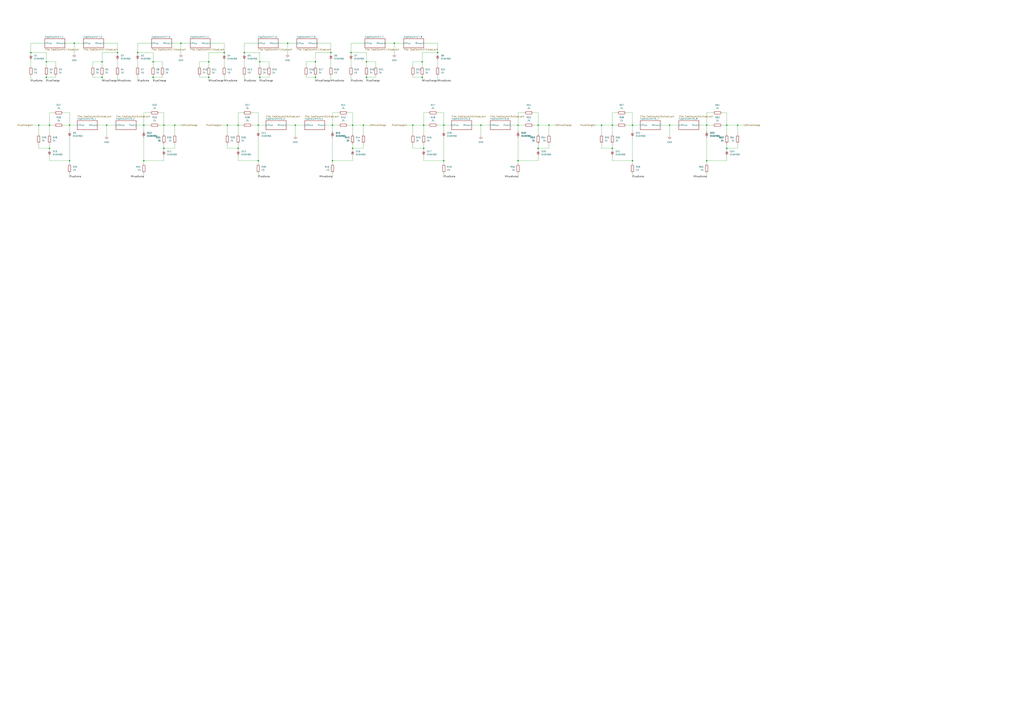
<source format=kicad_sch>
(kicad_sch (version 20250114) (generator "eeschema") (generator_version "9.0")
  (paper "A1")
  (lib_symbols
    (symbol "Device:D_Small" (pin_numbers (hide yes)) (pin_names (offset 0.254) (hide yes))
      (property "Reference" "D" (at -1.27 2.032 0))
      (property "Value" "D_Small" (at -3.81 -2.032 0))
      (symbol "D_Small_0_1"
        (polyline (pts (xy -0.762 0) (xy 0.762 0)))
        (polyline (pts (xy -0.762 -1.016) (xy -0.762 1.016)) (stroke (width 0.254)))
        (polyline (pts (xy 0.762 -1.016) (xy -0.762 0) (xy 0.762 1.016) (xy 0.762 -1.016)) (stroke (width 0.254)))
      )
      (symbol "D_Small_1_1"
        (pin passive line (at -2.54 0 0) (length 1.778) (name "K") (number "1"))
        (pin passive line (at 2.54 0 180) (length 1.778) (name "A") (number "2"))
      )
    )
    (symbol "Device:R" (pin_numbers (hide yes)) (pin_names (offset 0))
      (property "Reference" "R" (at 2.032 0 90))
      (property "Value" "R" (at 0 0 90))
      (symbol "R_0_1"
        (rectangle (start -1.016 -2.54) (end 1.016 2.54) (stroke (width 0.254)))
      )
      (symbol "R_1_1"
        (pin passive line (at 0 3.81 270) (length 1.27) (name "~") (number "1"))
        (pin passive line (at 0 -3.81 90) (length 1.27) (name "~") (number "2"))
      )
    )
    (symbol "power:GND" (power) (pin_numbers (hide yes)) (pin_names (offset 0) (hide yes))
      (property "Value" "GND" (at 0 -3.81 0))
      (symbol "GND_0_1"
        (polyline (pts (xy 0 0) (xy 0 -1.27) (xy 1.27 -1.27) (xy 0 -2.54) (xy -1.27 -1.27) (xy 0 -1.27)))
      )
      (symbol "GND_1_1"
        (pin power_in line (at 0 0 270) (length 0) (name "~") (number "1"))
      )
    )
  )
  (junction (at 450.85 102.87))
  (junction (at 57.15 102.87))
  (junction (at 596.9 102.87))
  (junction (at 288.29 43.18))
  (junction (at 502.92 102.87))
  (junction (at 394.97 102.87))
  (junction (at 359.41 43.18))
  (junction (at 38.1 63.5))
  (junction (at 87.63 102.87))
  (junction (at 441.96 102.87))
  (junction (at 259.08 50.8))
  (junction (at 242.57 102.87))
  (junction (at 171.45 63.5))
  (junction (at 494.03 102.87))
  (junction (at 186.69 102.87))
  (junction (at 31.75 102.87))
  (junction (at 125.73 63.5))
  (junction (at 113.03 43.18))
  (junction (at 300.99 50.8))
  (junction (at 425.45 102.87))
  (junction (at 57.15 132.08))
  (junction (at 346.71 50.8))
  (junction (at 580.39 102.87))
  (junction (at 364.49 132.08))
  (junction (at 519.43 132.08))
  (junction (at 236.22 35.56))
  (junction (at 298.45 102.87))
  (junction (at 549.91 102.87))
  (junction (at 213.36 63.5))
  (junction (at 83.82 50.8))
  (junction (at 289.56 121.92))
  (junction (at 195.58 121.92))
  (junction (at 125.73 50.8))
  (junction (at 118.11 102.87))
  (junction (at 347.98 102.87))
  (junction (at 148.59 35.56))
  (junction (at 441.96 121.92))
  (junction (at 273.05 132.08))
  (junction (at 271.78 43.18))
  (junction (at 134.62 102.87))
  (junction (at 212.09 132.08))
  (junction (at 134.62 121.92))
  (junction (at 25.4 43.18))
  (junction (at 364.49 102.87))
  (junction (at 38.1 50.8))
  (junction (at 502.92 121.92))
  (junction (at 605.79 102.87))
  (junction (at 118.11 132.08))
  (junction (at 289.56 102.87))
  (junction (at 580.39 132.08))
  (junction (at 596.9 121.92))
  (junction (at 83.82 63.5))
  (junction (at 339.09 102.87))
  (junction (at 40.64 102.87))
  (junction (at 347.98 121.92))
  (junction (at 323.85 35.56))
  (junction (at 300.99 63.5))
  (junction (at 40.64 121.92))
  (junction (at 96.52 43.18))
  (junction (at 273.05 102.87))
  (junction (at 212.09 102.87))
  (junction (at 60.96 35.56))
  (junction (at 195.58 102.87))
  (junction (at 213.36 50.8))
  (junction (at 171.45 50.8))
  (junction (at 259.08 63.5))
  (junction (at 143.51 102.87))
  (junction (at 346.71 63.5))
  (junction (at 184.15 43.18))
  (junction (at 519.43 102.87))
  (junction (at 425.45 132.08))
  (junction (at 200.66 43.18))
  (wire (pts (xy 610.87 102.87) (xy 605.79 102.87)))
  (wire (pts (xy 200.66 62.23) (xy 200.66 67.31)))
  (wire (pts (xy 40.64 102.87) (xy 31.75 102.87)))
  (wire (pts (xy 96.52 62.23) (xy 96.52 67.31)))
  (wire (pts (xy 83.82 62.23) (xy 83.82 63.5)))
  (wire (pts (xy 519.43 92.71) (xy 519.43 102.87)))
  (wire (pts (xy 113.03 49.53) (xy 113.03 54.61)))
  (wire (pts (xy 118.11 102.87) (xy 118.11 107.95)))
  (wire (pts (xy 596.9 121.92) (xy 596.9 123.19)))
  (wire (pts (xy 251.46 50.8) (xy 259.08 50.8)))
  (wire (pts (xy 288.29 35.56) (xy 288.29 43.18)))
  (wire (pts (xy 163.83 50.8) (xy 171.45 50.8)))
  (wire (pts (xy 519.43 132.08) (xy 519.43 134.62)))
  (wire (pts (xy 359.41 49.53) (xy 359.41 54.61)))
  (wire (pts (xy 171.45 43.18) (xy 184.15 43.18)))
  (wire (pts (xy 199.39 92.71) (xy 195.58 92.71)))
  (wire (pts (xy 596.9 102.87) (xy 605.79 102.87)))
  (wire (pts (xy 57.15 113.03) (xy 57.15 132.08)))
  (wire (pts (xy 430.53 102.87) (xy 425.45 102.87)))
  (wire (pts (xy 143.51 102.87) (xy 143.51 110.49)))
  (wire (pts (xy 298.45 121.92) (xy 289.56 121.92)))
  (wire (pts (xy 207.01 102.87) (xy 212.09 102.87)))
  (wire (pts (xy 273.05 142.24) (xy 273.05 146.05)))
  (wire (pts (xy 450.85 118.11) (xy 450.85 121.92)))
  (wire (pts (xy 488.95 102.87) (xy 494.03 102.87)))
  (wire (pts (xy 289.56 132.08) (xy 273.05 132.08)))
  (wire (pts (xy 441.96 118.11) (xy 441.96 121.92)))
  (wire (pts (xy 96.52 49.53) (xy 96.52 54.61)))
  (wire (pts (xy 96.52 43.18) (xy 96.52 44.45)))
  (wire (pts (xy 228.6 35.56) (xy 236.22 35.56)))
  (wire (pts (xy 334.01 102.87) (xy 339.09 102.87)))
  (wire (pts (xy 441.96 121.92) (xy 441.96 123.19)))
  (wire (pts (xy 143.51 121.92) (xy 134.62 121.92)))
  (wire (pts (xy 502.92 128.27) (xy 502.92 132.08)))
  (wire (pts (xy 44.45 92.71) (xy 40.64 92.71)))
  (wire (pts (xy 53.34 35.56) (xy 60.96 35.56)))
  (wire (pts (xy 289.56 102.87) (xy 289.56 110.49)))
  (wire (pts (xy 288.29 43.18) (xy 300.99 43.18)))
  (wire (pts (xy 580.39 142.24) (xy 580.39 146.05)))
  (wire (pts (xy 289.56 121.92) (xy 289.56 123.19)))
  (wire (pts (xy 200.66 43.18) (xy 200.66 44.45)))
  (wire (pts (xy 502.92 102.87) (xy 494.03 102.87)))
  (wire (pts (xy 213.36 62.23) (xy 213.36 63.5)))
  (wire (pts (xy 580.39 102.87) (xy 580.39 107.95)))
  (wire (pts (xy 118.11 132.08) (xy 118.11 134.62)))
  (wire (pts (xy 45.72 54.61) (xy 45.72 50.8)))
  (wire (pts (xy 364.49 92.71) (xy 364.49 102.87)))
  (wire (pts (xy 134.62 92.71) (xy 134.62 102.87)))
  (wire (pts (xy 130.81 102.87) (xy 134.62 102.87)))
  (wire (pts (xy 359.41 102.87) (xy 364.49 102.87)))
  (wire (pts (xy 83.82 54.61) (xy 83.82 50.8)))
  (wire (pts (xy 195.58 102.87) (xy 195.58 110.49)))
  (wire (pts (xy 163.83 63.5) (xy 171.45 63.5)))
  (wire (pts (xy 171.45 62.23) (xy 171.45 63.5)))
  (wire (pts (xy 519.43 142.24) (xy 519.43 146.05)))
  (wire (pts (xy 585.47 92.71) (xy 580.39 92.71)))
  (wire (pts (xy 213.36 50.8) (xy 213.36 54.61)))
  (wire (pts (xy 220.98 62.23) (xy 220.98 63.5)))
  (wire (pts (xy 394.97 102.87) (xy 394.97 111.76)))
  (wire (pts (xy 148.59 102.87) (xy 143.51 102.87)))
  (wire (pts (xy 519.43 102.87) (xy 525.78 102.87)))
  (wire (pts (xy 40.64 121.92) (xy 40.64 123.19)))
  (wire (pts (xy 288.29 62.23) (xy 288.29 67.31)))
  (wire (pts (xy 494.03 121.92) (xy 502.92 121.92)))
  (wire (pts (xy 288.29 49.53) (xy 288.29 54.61)))
  (wire (pts (xy 57.15 132.08) (xy 57.15 134.62)))
  (wire (pts (xy 441.96 132.08) (xy 425.45 132.08)))
  (wire (pts (xy 195.58 132.08) (xy 212.09 132.08)))
  (wire (pts (xy 273.05 113.03) (xy 273.05 132.08)))
  (wire (pts (xy 87.63 102.87) (xy 87.63 111.76)))
  (wire (pts (xy 519.43 113.03) (xy 519.43 132.08)))
  (wire (pts (xy 364.49 142.24) (xy 364.49 146.05)))
  (wire (pts (xy 346.71 50.8) (xy 346.71 43.18)))
  (wire (pts (xy 123.19 102.87) (xy 118.11 102.87)))
  (wire (pts (xy 308.61 62.23) (xy 308.61 63.5)))
  (wire (pts (xy 502.92 102.87) (xy 502.92 110.49)))
  (wire (pts (xy 83.82 50.8) (xy 83.82 43.18)))
  (wire (pts (xy 25.4 62.23) (xy 25.4 67.31)))
  (wire (pts (xy 25.4 43.18) (xy 38.1 43.18)))
  (wire (pts (xy 298.45 102.87) (xy 298.45 110.49)))
  (wire (pts (xy 364.49 102.87) (xy 370.84 102.87)))
  (wire (pts (xy 171.45 63.5) (xy 171.45 67.31)))
  (wire (pts (xy 213.36 43.18) (xy 213.36 50.8)))
  (wire (pts (xy 285.75 102.87) (xy 289.56 102.87)))
  (wire (pts (xy 134.62 102.87) (xy 134.62 110.49)))
  (wire (pts (xy 125.73 63.5) (xy 125.73 67.31)))
  (wire (pts (xy 118.11 142.24) (xy 118.11 146.05)))
  (wire (pts (xy 186.69 121.92) (xy 195.58 121.92)))
  (wire (pts (xy 300.99 50.8) (xy 300.99 54.61)))
  (wire (pts (xy 38.1 63.5) (xy 45.72 63.5)))
  (wire (pts (xy 273.05 102.87) (xy 266.7 102.87)))
  (wire (pts (xy 450.85 102.87) (xy 450.85 110.49)))
  (wire (pts (xy 502.92 121.92) (xy 502.92 123.19)))
  (wire (pts (xy 76.2 63.5) (xy 83.82 63.5)))
  (wire (pts (xy 236.22 35.56) (xy 243.84 35.56)))
  (wire (pts (xy 220.98 54.61) (xy 220.98 50.8)))
  (wire (pts (xy 38.1 62.23) (xy 38.1 63.5)))
  (wire (pts (xy 118.11 102.87) (xy 111.76 102.87)))
  (wire (pts (xy 140.97 35.56) (xy 148.59 35.56)))
  (wire (pts (xy 359.41 62.23) (xy 359.41 67.31)))
  (wire (pts (xy 212.09 102.87) (xy 218.44 102.87)))
  (wire (pts (xy 113.03 62.23) (xy 113.03 67.31)))
  (wire (pts (xy 549.91 102.87) (xy 549.91 111.76)))
  (wire (pts (xy 323.85 35.56) (xy 331.47 35.56)))
  (wire (pts (xy 278.13 102.87) (xy 273.05 102.87)))
  (wire (pts (xy 83.82 63.5) (xy 83.82 67.31)))
  (wire (pts (xy 113.03 43.18) (xy 125.73 43.18)))
  (wire (pts (xy 394.97 102.87) (xy 402.59 102.87)))
  (wire (pts (xy 347.98 35.56) (xy 359.41 35.56)))
  (wire (pts (xy 200.66 35.56) (xy 200.66 43.18)))
  (wire (pts (xy 195.58 121.92) (xy 195.58 123.19)))
  (wire (pts (xy 298.45 118.11) (xy 298.45 121.92)))
  (wire (pts (xy 323.85 35.56) (xy 323.85 44.45)))
  (wire (pts (xy 186.69 118.11) (xy 186.69 121.92)))
  (wire (pts (xy 347.98 121.92) (xy 347.98 123.19)))
  (wire (pts (xy 347.98 118.11) (xy 347.98 121.92)))
  (wire (pts (xy 605.79 121.92) (xy 596.9 121.92)))
  (wire (pts (xy 87.63 102.87) (xy 95.25 102.87)))
  (wire (pts (xy 57.15 102.87) (xy 57.15 107.95)))
  (wire (pts (xy 83.82 43.18) (xy 96.52 43.18)))
  (wire (pts (xy 425.45 132.08) (xy 425.45 134.62)))
  (wire (pts (xy 38.1 50.8) (xy 45.72 50.8)))
  (wire (pts (xy 259.08 62.23) (xy 259.08 63.5)))
  (wire (pts (xy 339.09 102.87) (xy 339.09 110.49)))
  (wire (pts (xy 57.15 92.71) (xy 57.15 102.87)))
  (wire (pts (xy 259.08 54.61) (xy 259.08 50.8)))
  (wire (pts (xy 57.15 102.87) (xy 63.5 102.87)))
  (wire (pts (xy 96.52 35.56) (xy 96.52 43.18)))
  (wire (pts (xy 195.58 118.11) (xy 195.58 121.92)))
  (wire (pts (xy 125.73 50.8) (xy 125.73 54.61)))
  (wire (pts (xy 502.92 92.71) (xy 502.92 102.87)))
  (wire (pts (xy 184.15 49.53) (xy 184.15 54.61)))
  (wire (pts (xy 580.39 92.71) (xy 580.39 102.87)))
  (wire (pts (xy 260.35 35.56) (xy 271.78 35.56)))
  (wire (pts (xy 441.96 128.27) (xy 441.96 132.08)))
  (wire (pts (xy 118.11 113.03) (xy 118.11 132.08)))
  (wire (pts (xy 514.35 92.71) (xy 519.43 92.71)))
  (wire (pts (xy 596.9 102.87) (xy 596.9 110.49)))
  (wire (pts (xy 213.36 50.8) (xy 220.98 50.8)))
  (wire (pts (xy 364.49 102.87) (xy 364.49 107.95)))
  (wire (pts (xy 40.64 132.08) (xy 57.15 132.08)))
  (wire (pts (xy 31.75 118.11) (xy 31.75 121.92)))
  (wire (pts (xy 364.49 113.03) (xy 364.49 132.08)))
  (wire (pts (xy 303.53 102.87) (xy 298.45 102.87)))
  (wire (pts (xy 351.79 92.71) (xy 347.98 92.71)))
  (wire (pts (xy 195.58 102.87) (xy 186.69 102.87)))
  (wire (pts (xy 52.07 102.87) (xy 57.15 102.87)))
  (wire (pts (xy 289.56 128.27) (xy 289.56 132.08)))
  (wire (pts (xy 184.15 62.23) (xy 184.15 67.31)))
  (wire (pts (xy 259.08 50.8) (xy 259.08 43.18)))
  (wire (pts (xy 200.66 43.18) (xy 213.36 43.18)))
  (wire (pts (xy 285.75 92.71) (xy 289.56 92.71)))
  (wire (pts (xy 234.95 102.87) (xy 242.57 102.87)))
  (wire (pts (xy 148.59 35.56) (xy 148.59 44.45)))
  (wire (pts (xy 212.09 113.03) (xy 212.09 132.08)))
  (wire (pts (xy 125.73 50.8) (xy 133.35 50.8)))
  (wire (pts (xy 278.13 92.71) (xy 273.05 92.71)))
  (wire (pts (xy 76.2 50.8) (xy 83.82 50.8)))
  (wire (pts (xy 580.39 102.87) (xy 574.04 102.87)))
  (wire (pts (xy 494.03 118.11) (xy 494.03 121.92)))
  (wire (pts (xy 339.09 54.61) (xy 339.09 50.8)))
  (wire (pts (xy 273.05 92.71) (xy 273.05 102.87)))
  (wire (pts (xy 60.96 35.56) (xy 60.96 44.45)))
  (wire (pts (xy 207.01 92.71) (xy 212.09 92.71)))
  (wire (pts (xy 339.09 63.5) (xy 346.71 63.5)))
  (wire (pts (xy 346.71 43.18) (xy 359.41 43.18)))
  (wire (pts (xy 596.9 118.11) (xy 596.9 121.92)))
  (wire (pts (xy 289.56 92.71) (xy 289.56 102.87)))
  (wire (pts (xy 163.83 62.23) (xy 163.83 63.5)))
  (wire (pts (xy 133.35 54.61) (xy 133.35 50.8)))
  (wire (pts (xy 364.49 132.08) (xy 364.49 134.62)))
  (wire (pts (xy 134.62 102.87) (xy 143.51 102.87)))
  (wire (pts (xy 289.56 118.11) (xy 289.56 121.92)))
  (wire (pts (xy 36.83 35.56) (xy 25.4 35.56)))
  (wire (pts (xy 213.36 63.5) (xy 220.98 63.5)))
  (wire (pts (xy 195.58 92.71) (xy 195.58 102.87)))
  (wire (pts (xy 200.66 49.53) (xy 200.66 54.61)))
  (wire (pts (xy 441.96 102.87) (xy 450.85 102.87)))
  (wire (pts (xy 123.19 92.71) (xy 118.11 92.71)))
  (wire (pts (xy 271.78 43.18) (xy 271.78 44.45)))
  (wire (pts (xy 125.73 43.18) (xy 125.73 50.8)))
  (wire (pts (xy 251.46 63.5) (xy 259.08 63.5)))
  (wire (pts (xy 596.9 132.08) (xy 580.39 132.08)))
  (wire (pts (xy 506.73 102.87) (xy 502.92 102.87)))
  (wire (pts (xy 346.71 62.23) (xy 346.71 63.5)))
  (wire (pts (xy 346.71 63.5) (xy 346.71 67.31)))
  (wire (pts (xy 113.03 43.18) (xy 113.03 44.45)))
  (wire (pts (xy 40.64 128.27) (xy 40.64 132.08)))
  (wire (pts (xy 40.64 92.71) (xy 40.64 102.87)))
  (wire (pts (xy 273.05 102.87) (xy 273.05 107.95)))
  (wire (pts (xy 441.96 92.71) (xy 441.96 102.87)))
  (wire (pts (xy 212.09 35.56) (xy 200.66 35.56)))
  (wire (pts (xy 52.07 92.71) (xy 57.15 92.71)))
  (wire (pts (xy 502.92 132.08) (xy 519.43 132.08)))
  (wire (pts (xy 347.98 92.71) (xy 347.98 102.87)))
  (wire (pts (xy 171.45 54.61) (xy 171.45 50.8)))
  (wire (pts (xy 184.15 43.18) (xy 184.15 44.45)))
  (wire (pts (xy 186.69 102.87) (xy 186.69 110.49)))
  (wire (pts (xy 580.39 113.03) (xy 580.39 132.08)))
  (wire (pts (xy 425.45 92.71) (xy 425.45 102.87)))
  (wire (pts (xy 455.93 102.87) (xy 450.85 102.87)))
  (wire (pts (xy 450.85 121.92) (xy 441.96 121.92)))
  (wire (pts (xy 38.1 63.5) (xy 38.1 67.31)))
  (wire (pts (xy 76.2 62.23) (xy 76.2 63.5)))
  (wire (pts (xy 212.09 132.08) (xy 212.09 134.62)))
  (wire (pts (xy 542.29 102.87) (xy 549.91 102.87)))
  (wire (pts (xy 148.59 35.56) (xy 156.21 35.56)))
  (wire (pts (xy 125.73 62.23) (xy 125.73 63.5)))
  (wire (pts (xy 76.2 54.61) (xy 76.2 50.8)))
  (wire (pts (xy 441.96 102.87) (xy 441.96 110.49)))
  (wire (pts (xy 387.35 102.87) (xy 394.97 102.87)))
  (wire (pts (xy 242.57 102.87) (xy 242.57 111.76)))
  (wire (pts (xy 339.09 50.8) (xy 346.71 50.8)))
  (wire (pts (xy 184.15 35.56) (xy 184.15 43.18)))
  (wire (pts (xy 359.41 92.71) (xy 364.49 92.71)))
  (wire (pts (xy 300.99 43.18) (xy 300.99 50.8)))
  (wire (pts (xy 172.72 35.56) (xy 184.15 35.56)))
  (wire (pts (xy 44.45 102.87) (xy 40.64 102.87)))
  (wire (pts (xy 134.62 118.11) (xy 134.62 121.92)))
  (wire (pts (xy 133.35 62.23) (xy 133.35 63.5)))
  (wire (pts (xy 113.03 35.56) (xy 113.03 43.18)))
  (wire (pts (xy 494.03 102.87) (xy 494.03 110.49)))
  (wire (pts (xy 57.15 142.24) (xy 57.15 146.05)))
  (wire (pts (xy 25.4 43.18) (xy 25.4 44.45)))
  (wire (pts (xy 60.96 35.56) (xy 68.58 35.56)))
  (wire (pts (xy 212.09 92.71) (xy 212.09 102.87)))
  (wire (pts (xy 289.56 102.87) (xy 298.45 102.87)))
  (wire (pts (xy 593.09 102.87) (xy 596.9 102.87)))
  (wire (pts (xy 300.99 62.23) (xy 300.99 63.5)))
  (wire (pts (xy 212.09 142.24) (xy 212.09 146.05)))
  (wire (pts (xy 580.39 132.08) (xy 580.39 134.62)))
  (wire (pts (xy 359.41 35.56) (xy 359.41 43.18)))
  (wire (pts (xy 425.45 102.87) (xy 419.1 102.87)))
  (wire (pts (xy 593.09 92.71) (xy 596.9 92.71)))
  (wire (pts (xy 181.61 102.87) (xy 186.69 102.87)))
  (wire (pts (xy 425.45 142.24) (xy 425.45 146.05)))
  (wire (pts (xy 271.78 62.23) (xy 271.78 67.31)))
  (wire (pts (xy 585.47 102.87) (xy 580.39 102.87)))
  (wire (pts (xy 271.78 35.56) (xy 271.78 43.18)))
  (wire (pts (xy 134.62 132.08) (xy 118.11 132.08)))
  (wire (pts (xy 605.79 118.11) (xy 605.79 121.92)))
  (wire (pts (xy 25.4 49.53) (xy 25.4 54.61)))
  (wire (pts (xy 596.9 92.71) (xy 596.9 102.87)))
  (wire (pts (xy 549.91 102.87) (xy 557.53 102.87)))
  (wire (pts (xy 40.64 118.11) (xy 40.64 121.92)))
  (wire (pts (xy 425.45 113.03) (xy 425.45 132.08)))
  (wire (pts (xy 143.51 118.11) (xy 143.51 121.92)))
  (wire (pts (xy 31.75 121.92) (xy 40.64 121.92)))
  (wire (pts (xy 347.98 102.87) (xy 339.09 102.87)))
  (wire (pts (xy 271.78 49.53) (xy 271.78 54.61)))
  (wire (pts (xy 45.72 62.23) (xy 45.72 63.5)))
  (wire (pts (xy 134.62 128.27) (xy 134.62 132.08)))
  (wire (pts (xy 163.83 54.61) (xy 163.83 50.8)))
  (wire (pts (xy 130.81 92.71) (xy 134.62 92.71)))
  (wire (pts (xy 596.9 128.27) (xy 596.9 132.08)))
  (wire (pts (xy 251.46 62.23) (xy 251.46 63.5)))
  (wire (pts (xy 288.29 43.18) (xy 288.29 44.45)))
  (wire (pts (xy 339.09 118.11) (xy 339.09 121.92)))
  (wire (pts (xy 506.73 92.71) (xy 502.92 92.71)))
  (wire (pts (xy 351.79 102.87) (xy 347.98 102.87)))
  (wire (pts (xy 40.64 102.87) (xy 40.64 110.49)))
  (wire (pts (xy 25.4 35.56) (xy 25.4 43.18)))
  (wire (pts (xy 425.45 102.87) (xy 425.45 107.95)))
  (wire (pts (xy 273.05 132.08) (xy 273.05 134.62)))
  (wire (pts (xy 339.09 121.92) (xy 347.98 121.92)))
  (wire (pts (xy 308.61 54.61) (xy 308.61 50.8)))
  (wire (pts (xy 300.99 63.5) (xy 308.61 63.5)))
  (wire (pts (xy 125.73 63.5) (xy 133.35 63.5)))
  (wire (pts (xy 134.62 121.92) (xy 134.62 123.19)))
  (wire (pts (xy 347.98 102.87) (xy 347.98 110.49)))
  (wire (pts (xy 171.45 50.8) (xy 171.45 43.18)))
  (wire (pts (xy 251.46 54.61) (xy 251.46 50.8)))
  (wire (pts (xy 347.98 132.08) (xy 364.49 132.08)))
  (wire (pts (xy 300.99 50.8) (xy 308.61 50.8)))
  (wire (pts (xy 38.1 50.8) (xy 38.1 54.61)))
  (wire (pts (xy 124.46 35.56) (xy 113.03 35.56)))
  (wire (pts (xy 339.09 62.23) (xy 339.09 63.5)))
  (wire (pts (xy 259.08 43.18) (xy 271.78 43.18)))
  (wire (pts (xy 299.72 35.56) (xy 288.29 35.56)))
  (wire (pts (xy 38.1 43.18) (xy 38.1 50.8)))
  (wire (pts (xy 316.23 35.56) (xy 323.85 35.56)))
  (wire (pts (xy 259.08 63.5) (xy 259.08 67.31)))
  (wire (pts (xy 236.22 35.56) (xy 236.22 44.45)))
  (wire (pts (xy 212.09 102.87) (xy 212.09 107.95)))
  (wire (pts (xy 347.98 128.27) (xy 347.98 132.08)))
  (wire (pts (xy 438.15 102.87) (xy 441.96 102.87)))
  (wire (pts (xy 519.43 102.87) (xy 519.43 107.95)))
  (wire (pts (xy 195.58 128.27) (xy 195.58 132.08)))
  (wire (pts (xy 514.35 102.87) (xy 519.43 102.87)))
  (wire (pts (xy 242.57 102.87) (xy 250.19 102.87)))
  (wire (pts (xy 502.92 118.11) (xy 502.92 121.92)))
  (wire (pts (xy 31.75 102.87) (xy 31.75 110.49)))
  (wire (pts (xy 359.41 43.18) (xy 359.41 44.45)))
  (wire (pts (xy 605.79 102.87) (xy 605.79 110.49)))
  (wire (pts (xy 300.99 63.5) (xy 300.99 67.31)))
  (wire (pts (xy 199.39 102.87) (xy 195.58 102.87)))
  (wire (pts (xy 80.01 102.87) (xy 87.63 102.87)))
  (wire (pts (xy 438.15 92.71) (xy 441.96 92.71)))
  (wire (pts (xy 118.11 92.71) (xy 118.11 102.87)))
  (wire (pts (xy 85.09 35.56) (xy 96.52 35.56)))
  (wire (pts (xy 430.53 92.71) (xy 425.45 92.71)))
  (wire (pts (xy 213.36 63.5) (xy 213.36 67.31)))
  (wire (pts (xy 26.67 102.87) (xy 31.75 102.87)))
  (wire (pts (xy 346.71 54.61) (xy 346.71 50.8)))
  (label "MinusCharge" (at 83.82 67.31 0))
  (label "MinusCharge" (at 171.45 67.31 0))
  (label "PlusCharge" (at 213.36 67.31 0))
  (label "PlusDump" (at 57.15 146.05 0))
  (label "PlusDump" (at 212.09 146.05 0))
  (label "MinusCharge" (at 346.71 67.31 0))
  (label "MinusCharge" (at 259.08 67.31 0))
  (label "PlusCharge" (at 300.99 67.31 0))
  (label "MinusDump" (at 425.45 146.05 180))
  (label "MinusDump" (at 118.11 146.05 180))
  (label "PlusDump" (at 113.03 67.31 0))
  (label "PlusDump" (at 364.49 146.05 0))
  (label "PlusCharge" (at 125.73 67.31 0))
  (label "PlusDump" (at 200.66 67.31 0))
  (label "MinusDump" (at 580.39 146.05 180))
  (label "MinusDump" (at 273.05 146.05 180))
  (label "MinusDump" (at 184.15 67.31 0))
  (label "PlusDump" (at 25.4 67.31 0))
  (label "MinusDump" (at 271.78 67.31 0))
  (label "PlusDump" (at 519.43 146.05 0))
  (label "MinusDump" (at 359.41 67.31 0))
  (label "MinusDump" (at 96.52 67.31 0))
  (label "PlusDump" (at 288.29 67.31 0))
  (label "PlusCharge" (at 38.1 67.31 0))
  (hierarchical_label "PlusCharge" (shape input) (at 181.61 102.87 180))
  (hierarchical_label "PlusCharge" (shape input) (at 488.95 102.87 180))
  (hierarchical_label "MinusCharge" (shape input) (at 455.93 102.87 0))
  (hierarchical_label "MinusCharge" (shape input) (at 610.87 102.87 0))
  (hierarchical_label "PlusCharge" (shape input) (at 334.01 102.87 180))
  (hierarchical_label "MinusCharge" (shape input) (at 303.53 102.87 0))
  (hierarchical_label "MinusCharge" (shape input) (at 148.59 102.87 0))
  (hierarchical_label "PlusCharge" (shape input) (at 26.67 102.87 180))
  (symbol (lib_id "Device:R") (at 308.61 58.42 0) (unit 1)
    (property "Reference" "R21" (at 311.15 57.1499 0) (effects (justify left)))
    (property "Value" "2k" (at 311.15 59.6899 0) (effects (justify left)))
    (property "Description" "Resistor" (effects (hide yes)))
  )
  (symbol (lib_id "power:GND") (at 549.91 111.76 0) (unit 1)
    (property "Reference" "#PWR08" (effects (hide yes)))
    (property "Value" "GND" (at 549.91 116.84 0))
    (property "Description" "Power symbol creates a global label with name \"GND\" , ground" (effects (hide yes)))
  )
  (symbol (lib_id "Device:R") (at 203.2 102.87 90) (unit 1)
    (property "Reference" "R38" (at 203.2 96.52 90))
    (property "Value" "2k" (at 203.2 99.06 90))
    (property "Description" "Resistor" (effects (hide yes)))
  )
  (symbol (lib_id "Device:D_Small") (at 580.39 110.49 90) (mirror x) (unit 1)
    (property "Reference" "D23" (at 582.93 109.2199 90) (effects (justify right)))
    (property "Value" "D40hf60" (at 582.93 111.7599 90) (effects (justify right)))
    (property "Description" "Diode, small symbol" (effects (hide yes)))
    (property "Sim.Device" "D" (effects (hide yes)))
    (property "Sim.Pins" "1=K 2=A" (effects (hide yes)))
  )
  (symbol (lib_id "power:GND") (at 394.97 111.76 0) (unit 1)
    (property "Reference" "#PWR07" (effects (hide yes)))
    (property "Value" "GND" (at 394.97 116.84 0))
    (property "Description" "Power symbol creates a global label with name \"GND\" , ground" (effects (hide yes)))
  )
  (symbol (lib_id "Device:D_Small") (at 184.15 46.99 270) (unit 1)
    (property "Reference" "D4" (at 186.69 45.7199 90) (effects (justify left)))
    (property "Value" "D40hf60" (at 186.69 48.2599 90) (effects (justify left)))
    (property "Description" "Diode, small symbol" (effects (hide yes)))
    (property "Sim.Device" "D" (effects (hide yes)))
    (property "Sim.Pins" "1=K 2=A" (effects (hide yes)))
  )
  (symbol (lib_id "Device:D_Small") (at 441.96 125.73 90) (mirror x) (unit 1)
    (property "Reference" "D20" (at 444.5 124.4599 90) (effects (justify right)))
    (property "Value" "D40hf60" (at 444.5 126.9999 90) (effects (justify right)))
    (property "Description" "Diode, small symbol" (effects (hide yes)))
    (property "Sim.Device" "D" (effects (hide yes)))
    (property "Sim.Pins" "1=K 2=A" (effects (hide yes)))
  )
  (symbol (lib_id "Device:D_Small") (at 25.4 46.99 90) (unit 1)
    (property "Reference" "D1" (at 27.94 45.7199 90) (effects (justify right)))
    (property "Value" "D40hf60" (at 27.94 48.2599 90) (effects (justify right)))
    (property "Description" "Diode, small symbol" (effects (hide yes)))
    (property "Sim.Device" "D" (effects (hide yes)))
    (property "Sim.Pins" "1=K 2=A" (effects (hide yes)))
  )
  (symbol (lib_id "Device:D_Small") (at 425.45 110.49 90) (mirror x) (unit 1)
    (property "Reference" "D19" (at 427.99 109.2199 90) (effects (justify right)))
    (property "Value" "D40hf60" (at 427.99 111.7599 90) (effects (justify right)))
    (property "Description" "Diode, small symbol" (effects (hide yes)))
    (property "Sim.Device" "D" (effects (hide yes)))
    (property "Sim.Pins" "1=K 2=A" (effects (hide yes)))
  )
  (symbol (lib_id "Device:R") (at 186.69 114.3 180) (unit 1)
    (property "Reference" "R35" (at 189.23 113.0299 0) (effects (justify right)))
    (property "Value" "2k" (at 189.23 115.5699 0) (effects (justify right)))
    (property "Description" "Resistor" (effects (hide yes)))
  )
  (symbol (lib_id "Device:R") (at 273.05 138.43 0) (mirror y) (unit 1)
    (property "Reference" "R40" (at 270.51 137.1599 0) (effects (justify left)))
    (property "Value" "15" (at 270.51 139.6999 0) (effects (justify left)))
    (property "Description" "Resistor" (effects (hide yes)))
  )
  (symbol (lib_id "Device:R") (at 76.2 58.42 0) (unit 1)
    (property "Reference" "R6" (at 78.74 57.1499 0) (effects (justify left)))
    (property "Value" "2k" (at 78.74 59.6899 0) (effects (justify left)))
    (property "Description" "Resistor" (effects (hide yes)))
  )
  (symbol (lib_id "Device:R") (at 125.73 58.42 0) (unit 1)
    (property "Reference" "R8" (at 128.27 57.1499 0) (effects (justify left)))
    (property "Value" "2k" (at 128.27 59.6899 0) (effects (justify left)))
    (property "Description" "Resistor" (effects (hide yes)))
  )
  (symbol (lib_id "Device:D_Small") (at 195.58 125.73 90) (unit 1)
    (property "Reference" "D13" (at 198.12 124.4599 90) (effects (justify right)))
    (property "Value" "D40hf60" (at 198.12 126.9999 90) (effects (justify right)))
    (property "Description" "Diode, small symbol" (effects (hide yes)))
    (property "Sim.Device" "D" (effects (hide yes)))
    (property "Sim.Pins" "1=K 2=A" (effects (hide yes)))
  )
  (symbol (lib_id "Device:R") (at 31.75 114.3 180) (unit 1)
    (property "Reference" "R29" (at 34.29 113.0299 0) (effects (justify right)))
    (property "Value" "2k" (at 34.29 115.5699 0) (effects (justify right)))
    (property "Description" "Resistor" (effects (hide yes)))
  )
  (symbol (lib_id "Device:D_Small") (at 200.66 46.99 90) (unit 1)
    (property "Reference" "D5" (at 203.2 45.7199 90) (effects (justify right)))
    (property "Value" "D40hf60" (at 203.2 48.2599 90) (effects (justify right)))
    (property "Description" "Diode, small symbol" (effects (hide yes)))
    (property "Sim.Device" "D" (effects (hide yes)))
    (property "Sim.Pins" "1=K 2=A" (effects (hide yes)))
  )
  (symbol (lib_id "Device:R") (at 184.15 58.42 0) (unit 1)
    (property "Reference" "R12" (at 186.69 57.1499 0) (effects (justify left)))
    (property "Value" "15" (at 186.69 59.6899 0) (effects (justify left)))
    (property "Description" "Resistor" (effects (hide yes)))
  )
  (symbol (lib_id "Device:R") (at 339.09 114.3 180) (unit 1)
    (property "Reference" "R45" (at 341.63 113.0299 0) (effects (justify right)))
    (property "Value" "2k" (at 341.63 115.5699 0) (effects (justify right)))
    (property "Description" "Resistor" (effects (hide yes)))
  )
  (symbol (lib_id "Device:R") (at 38.1 58.42 0) (unit 1)
    (property "Reference" "R2" (at 40.64 57.1499 0) (effects (justify left)))
    (property "Value" "2k" (at 40.64 59.6899 0) (effects (justify left)))
    (property "Description" "Resistor" (effects (hide yes)))
  )
  (symbol (lib_id "Device:R") (at 212.09 138.43 0) (unit 1)
    (property "Reference" "R39" (at 214.63 137.1599 0) (effects (justify left)))
    (property "Value" "15" (at 214.63 139.6999 0) (effects (justify left)))
    (property "Description" "Resistor" (effects (hide yes)))
  )
  (symbol (lib_id "Device:R") (at 113.03 58.42 0) (unit 1)
    (property "Reference" "R7" (at 115.57 57.1499 0) (effects (justify left)))
    (property "Value" "15" (at 115.57 59.6899 0) (effects (justify left)))
    (property "Description" "Resistor" (effects (hide yes)))
  )
  (symbol (lib_id "Device:R") (at 213.36 58.42 0) (unit 1)
    (property "Reference" "R14" (at 215.9 57.1499 0) (effects (justify left)))
    (property "Value" "2k" (at 215.9 59.6899 0) (effects (justify left)))
    (property "Description" "Resistor" (effects (hide yes)))
  )
  (symbol (lib_id "Device:R") (at 163.83 58.42 0) (unit 1)
    (property "Reference" "R10" (at 166.37 57.1499 0) (effects (justify left)))
    (property "Value" "2k" (at 166.37 59.6899 0) (effects (justify left)))
    (property "Description" "Resistor" (effects (hide yes)))
  )
  (symbol (lib_id "Device:R") (at 347.98 114.3 180) (unit 1)
    (property "Reference" "R46" (at 350.52 113.0299 0) (effects (justify right)))
    (property "Value" "2k" (at 350.52 115.5699 0) (effects (justify right)))
    (property "Description" "Resistor" (effects (hide yes)))
  )
  (symbol (lib_id "Device:D_Small") (at 364.49 110.49 90) (unit 1)
    (property "Reference" "D18" (at 367.03 109.2199 90) (effects (justify right)))
    (property "Value" "D40hf60" (at 367.03 111.7599 90) (effects (justify right)))
    (property "Description" "Diode, small symbol" (effects (hide yes)))
    (property "Sim.Device" "D" (effects (hide yes)))
    (property "Sim.Pins" "1=K 2=A" (effects (hide yes)))
  )
  (symbol (lib_id "power:GND") (at 236.22 44.45 0) (unit 1)
    (property "Reference" "#PWR03" (effects (hide yes)))
    (property "Value" "GND" (at 236.22 49.53 0))
    (property "Description" "Power symbol creates a global label with name \"GND\" , ground" (effects (hide yes)))
  )
  (symbol (lib_id "Device:R") (at 580.39 138.43 0) (mirror y) (unit 1)
    (property "Reference" "R60" (at 577.85 137.1599 0) (effects (justify left)))
    (property "Value" "15" (at 577.85 139.6999 0) (effects (justify left)))
    (property "Description" "Resistor" (effects (hide yes)))
  )
  (symbol (lib_id "Device:R") (at 271.78 58.42 0) (unit 1)
    (property "Reference" "R18" (at 274.32 57.1499 0) (effects (justify left)))
    (property "Value" "15" (at 274.32 59.6899 0) (effects (justify left)))
    (property "Description" "Resistor" (effects (hide yes)))
  )
  (symbol (lib_id "Device:R") (at 134.62 114.3 0) (mirror x) (unit 1)
    (property "Reference" "R31" (at 132.08 113.0299 0) (effects (justify right)))
    (property "Value" "2k" (at 132.08 115.5699 0) (effects (justify right)))
    (property "Description" "Resistor" (effects (hide yes)))
  )
  (symbol (lib_id "Device:R") (at 195.58 114.3 180) (unit 1)
    (property "Reference" "R36" (at 198.12 113.0299 0) (effects (justify right)))
    (property "Value" "2k" (at 198.12 115.5699 0) (effects (justify right)))
    (property "Description" "Resistor" (effects (hide yes)))
  )
  (symbol (lib_id "Device:R") (at 118.11 138.43 0) (mirror y) (unit 1)
    (property "Reference" "R34" (at 115.57 137.1599 0) (effects (justify left)))
    (property "Value" "15" (at 115.57 139.6999 0) (effects (justify left)))
    (property "Description" "Resistor" (effects (hide yes)))
  )
  (symbol (lib_id "Device:D_Small") (at 273.05 110.49 90) (mirror x) (unit 1)
    (property "Reference" "D15" (at 275.59 109.2199 90) (effects (justify right)))
    (property "Value" "D40hf60" (at 275.59 111.7599 90) (effects (justify right)))
    (property "Description" "Diode, small symbol" (effects (hide yes)))
    (property "Sim.Device" "D" (effects (hide yes)))
    (property "Sim.Pins" "1=K 2=A" (effects (hide yes)))
  )
  (symbol (lib_id "Device:D_Small") (at 118.11 110.49 90) (mirror x) (unit 1)
    (property "Reference" "D12" (at 120.65 109.2199 90) (effects (justify right)))
    (property "Value" "D40hf60" (at 120.65 111.7599 90) (effects (justify right)))
    (property "Description" "Diode, small symbol" (effects (hide yes)))
    (property "Sim.Device" "D" (effects (hide yes)))
    (property "Sim.Pins" "1=K 2=A" (effects (hide yes)))
  )
  (symbol (lib_id "Device:R") (at 450.85 114.3 0) (mirror x) (unit 1)
    (property "Reference" "R54" (at 448.31 113.0299 0) (effects (justify right)))
    (property "Value" "2k" (at 448.31 115.5699 0) (effects (justify right)))
    (property "Description" "Resistor" (effects (hide yes)))
  )
  (symbol (lib_id "Device:D_Small") (at 212.09 110.49 90) (unit 1)
    (property "Reference" "D14" (at 214.63 109.2199 90) (effects (justify right)))
    (property "Value" "D40hf60" (at 214.63 111.7599 90) (effects (justify right)))
    (property "Description" "Diode, small symbol" (effects (hide yes)))
    (property "Sim.Device" "D" (effects (hide yes)))
    (property "Sim.Pins" "1=K 2=A" (effects (hide yes)))
  )
  (symbol (lib_id "Device:R") (at 133.35 58.42 0) (unit 1)
    (property "Reference" "R9" (at 135.89 57.1499 0) (effects (justify left)))
    (property "Value" "2k" (at 135.89 59.6899 0) (effects (justify left)))
    (property "Description" "Resistor" (effects (hide yes)))
  )
  (symbol (lib_id "Device:R") (at 510.54 92.71 90) (unit 1)
    (property "Reference" "R57" (at 510.54 86.36 90))
    (property "Value" "2k" (at 510.54 88.9 90))
    (property "Description" "Resistor" (effects (hide yes)))
  )
  (symbol (lib_id "Device:R") (at 259.08 58.42 0) (unit 1)
    (property "Reference" "R17" (at 261.62 57.1499 0) (effects (justify left)))
    (property "Value" "2k" (at 261.62 59.6899 0) (effects (justify left)))
    (property "Description" "Resistor" (effects (hide yes)))
  )
  (symbol (lib_id "Device:R") (at 57.15 138.43 0) (unit 1)
    (property "Reference" "R25" (at 59.69 137.1599 0) (effects (justify left)))
    (property "Value" "15" (at 59.69 139.6999 0) (effects (justify left)))
    (property "Description" "Resistor" (effects (hide yes)))
  )
  (symbol (lib_id "Device:R") (at 200.66 58.42 0) (unit 1)
    (property "Reference" "R13" (at 203.2 57.1499 0) (effects (justify left)))
    (property "Value" "15" (at 203.2 59.6899 0) (effects (justify left)))
    (property "Description" "Resistor" (effects (hide yes)))
  )
  (symbol (lib_id "Device:R") (at 143.51 114.3 0) (mirror x) (unit 1)
    (property "Reference" "R30" (at 140.97 113.0299 0) (effects (justify right)))
    (property "Value" "2k" (at 140.97 115.5699 0) (effects (justify right)))
    (property "Description" "Resistor" (effects (hide yes)))
  )
  (symbol (lib_id "Device:D_Small") (at 96.52 46.99 270) (unit 1)
    (property "Reference" "D2" (at 99.06 45.7199 90) (effects (justify left)))
    (property "Value" "D40hf60" (at 99.06 48.2599 90) (effects (justify left)))
    (property "Description" "Diode, small symbol" (effects (hide yes)))
    (property "Sim.Device" "D" (effects (hide yes)))
    (property "Sim.Pins" "1=K 2=A" (effects (hide yes)))
  )
  (symbol (lib_id "Device:R") (at 434.34 92.71 270) (mirror x) (unit 1)
    (property "Reference" "R51" (at 434.34 86.36 90))
    (property "Value" "2k" (at 434.34 88.9 90))
    (property "Description" "Resistor" (effects (hide yes)))
  )
  (symbol (lib_id "Device:D_Small") (at 134.62 125.73 90) (mirror x) (unit 1)
    (property "Reference" "D11" (at 137.16 124.4599 90) (effects (justify right)))
    (property "Value" "D40hf60" (at 137.16 126.9999 90) (effects (justify right)))
    (property "Description" "Diode, small symbol" (effects (hide yes)))
    (property "Sim.Device" "D" (effects (hide yes)))
    (property "Sim.Pins" "1=K 2=A" (effects (hide yes)))
  )
  (symbol (lib_id "Device:R") (at 434.34 102.87 270) (mirror x) (unit 1)
    (property "Reference" "R52" (at 434.34 96.52 90))
    (property "Value" "2k" (at 434.34 99.06 90))
    (property "Description" "Resistor" (effects (hide yes)))
  )
  (symbol (lib_id "Device:R") (at 171.45 58.42 0) (unit 1)
    (property "Reference" "R11" (at 173.99 57.1499 0) (effects (justify left)))
    (property "Value" "2k" (at 173.99 59.6899 0) (effects (justify left)))
    (property "Description" "Resistor" (effects (hide yes)))
  )
  (symbol (lib_id "Device:D_Small") (at 347.98 125.73 90) (unit 1)
    (property "Reference" "D17" (at 350.52 124.4599 90) (effects (justify right)))
    (property "Value" "D40hf60" (at 350.52 126.9999 90) (effects (justify right)))
    (property "Description" "Diode, small symbol" (effects (hide yes)))
    (property "Sim.Device" "D" (effects (hide yes)))
    (property "Sim.Pins" "1=K 2=A" (effects (hide yes)))
  )
  (symbol (lib_id "Device:D_Small") (at 596.9 125.73 90) (mirror x) (unit 1)
    (property "Reference" "D24" (at 599.44 124.4599 90) (effects (justify right)))
    (property "Value" "D40hf60" (at 599.44 126.9999 90) (effects (justify right)))
    (property "Description" "Diode, small symbol" (effects (hide yes)))
    (property "Sim.Device" "D" (effects (hide yes)))
    (property "Sim.Pins" "1=K 2=A" (effects (hide yes)))
  )
  (symbol (lib_id "Device:R") (at 203.2 92.71 90) (unit 1)
    (property "Reference" "R37" (at 203.2 86.36 90))
    (property "Value" "2k" (at 203.2 88.9 90))
    (property "Description" "Resistor" (effects (hide yes)))
  )
  (symbol (lib_id "Device:D_Small") (at 40.64 125.73 90) (unit 1)
    (property "Reference" "D10" (at 43.18 124.4599 90) (effects (justify right)))
    (property "Value" "D40hf60" (at 43.18 126.9999 90) (effects (justify right)))
    (property "Description" "Diode, small symbol" (effects (hide yes)))
    (property "Sim.Device" "D" (effects (hide yes)))
    (property "Sim.Pins" "1=K 2=A" (effects (hide yes)))
  )
  (symbol (lib_id "Device:R") (at 281.94 92.71 270) (mirror x) (unit 1)
    (property "Reference" "R41" (at 281.94 86.36 90))
    (property "Value" "2k" (at 281.94 88.9 90))
    (property "Description" "Resistor" (effects (hide yes)))
  )
  (symbol (lib_id "power:GND") (at 148.59 44.45 0) (unit 1)
    (property "Reference" "#PWR02" (effects (hide yes)))
    (property "Value" "GND" (at 148.59 49.53 0))
    (property "Description" "Power symbol creates a global label with name \"GND\" , ground" (effects (hide yes)))
  )
  (symbol (lib_id "Device:R") (at 96.52 58.42 0) (unit 1)
    (property "Reference" "R4" (at 99.06 57.1499 0) (effects (justify left)))
    (property "Value" "15" (at 99.06 59.6899 0) (effects (justify left)))
    (property "Description" "Resistor" (effects (hide yes)))
  )
  (symbol (lib_id "Device:R") (at 298.45 114.3 0) (mirror x) (unit 1)
    (property "Reference" "R44" (at 295.91 113.0299 0) (effects (justify right)))
    (property "Value" "2k" (at 295.91 115.5699 0) (effects (justify right)))
    (property "Description" "Resistor" (effects (hide yes)))
  )
  (symbol (lib_id "Device:R") (at 48.26 92.71 90) (unit 1)
    (property "Reference" "R27" (at 48.26 86.36 90))
    (property "Value" "2k" (at 48.26 88.9 90))
    (property "Description" "Resistor" (effects (hide yes)))
  )
  (symbol (lib_id "power:GND") (at 60.96 44.45 0) (unit 1)
    (property "Reference" "#PWR01" (effects (hide yes)))
    (property "Value" "GND" (at 60.96 49.53 0))
    (property "Description" "Power symbol creates a global label with name \"GND\" , ground" (effects (hide yes)))
  )
  (symbol (lib_id "Device:D_Small") (at 359.41 46.99 270) (unit 1)
    (property "Reference" "D8" (at 361.95 45.7199 90) (effects (justify left)))
    (property "Value" "D40hf60" (at 361.95 48.2599 90) (effects (justify left)))
    (property "Description" "Diode, small symbol" (effects (hide yes)))
    (property "Sim.Device" "D" (effects (hide yes)))
    (property "Sim.Pins" "1=K 2=A" (effects (hide yes)))
  )
  (symbol (lib_id "Device:R") (at 605.79 114.3 0) (mirror x) (unit 1)
    (property "Reference" "R64" (at 603.25 113.0299 0) (effects (justify right)))
    (property "Value" "2k" (at 603.25 115.5699 0) (effects (justify right)))
    (property "Description" "Resistor" (effects (hide yes)))
  )
  (symbol (lib_id "Device:R") (at 48.26 102.87 90) (unit 1)
    (property "Reference" "R26" (at 48.26 96.52 90))
    (property "Value" "2k" (at 48.26 99.06 90))
    (property "Description" "Resistor" (effects (hide yes)))
  )
  (symbol (lib_id "Device:R") (at 441.96 114.3 0) (mirror x) (unit 1)
    (property "Reference" "R53" (at 439.42 113.0299 0) (effects (justify right)))
    (property "Value" "2k" (at 439.42 115.5699 0) (effects (justify right)))
    (property "Description" "Resistor" (effects (hide yes)))
  )
  (symbol (lib_id "Device:R") (at 281.94 102.87 270) (mirror x) (unit 1)
    (property "Reference" "R42" (at 281.94 96.52 90))
    (property "Value" "2k" (at 281.94 99.06 90))
    (property "Description" "Resistor" (effects (hide yes)))
  )
  (symbol (lib_id "Device:R") (at 251.46 58.42 0) (unit 1)
    (property "Reference" "R16" (at 254 57.1499 0) (effects (justify left)))
    (property "Value" "2k" (at 254 59.6899 0) (effects (justify left)))
    (property "Description" "Resistor" (effects (hide yes)))
  )
  (symbol (lib_id "Device:R") (at 510.54 102.87 90) (unit 1)
    (property "Reference" "R58" (at 510.54 96.52 90))
    (property "Value" "2k" (at 510.54 99.06 90))
    (property "Description" "Resistor" (effects (hide yes)))
  )
  (symbol (lib_id "Device:R") (at 355.6 92.71 90) (unit 1)
    (property "Reference" "R47" (at 355.6 86.36 90))
    (property "Value" "2k" (at 355.6 88.9 90))
    (property "Description" "Resistor" (effects (hide yes)))
  )
  (symbol (lib_id "Device:D_Small") (at 271.78 46.99 270) (unit 1)
    (property "Reference" "D6" (at 274.32 45.7199 90) (effects (justify left)))
    (property "Value" "D40hf60" (at 274.32 48.2599 90) (effects (justify left)))
    (property "Description" "Diode, small symbol" (effects (hide yes)))
    (property "Sim.Device" "D" (effects (hide yes)))
    (property "Sim.Pins" "1=K 2=A" (effects (hide yes)))
  )
  (symbol (lib_id "Device:R") (at 220.98 58.42 0) (unit 1)
    (property "Reference" "R15" (at 223.52 57.1499 0) (effects (justify left)))
    (property "Value" "2k" (at 223.52 59.6899 0) (effects (justify left)))
    (property "Description" "Resistor" (effects (hide yes)))
  )
  (symbol (lib_id "Device:R") (at 346.71 58.42 0) (unit 1)
    (property "Reference" "R23" (at 349.25 57.1499 0) (effects (justify left)))
    (property "Value" "2k" (at 349.25 59.6899 0) (effects (justify left)))
    (property "Description" "Resistor" (effects (hide yes)))
  )
  (symbol (lib_id "Device:R") (at 596.9 114.3 0) (mirror x) (unit 1)
    (property "Reference" "R63" (at 594.36 113.0299 0) (effects (justify right)))
    (property "Value" "2k" (at 594.36 115.5699 0) (effects (justify right)))
    (property "Description" "Resistor" (effects (hide yes)))
  )
  (symbol (lib_id "Device:R") (at 589.28 102.87 270) (mirror x) (unit 1)
    (property "Reference" "R62" (at 589.28 96.52 90))
    (property "Value" "2k" (at 589.28 99.06 90))
    (property "Description" "Resistor" (effects (hide yes)))
  )
  (symbol (lib_id "Device:D_Small") (at 519.43 110.49 90) (unit 1)
    (property "Reference" "D22" (at 521.97 109.2199 90) (effects (justify right)))
    (property "Value" "D40hf60" (at 521.97 111.7599 90) (effects (justify right)))
    (property "Description" "Diode, small symbol" (effects (hide yes)))
    (property "Sim.Device" "D" (effects (hide yes)))
    (property "Sim.Pins" "1=K 2=A" (effects (hide yes)))
  )
  (symbol (lib_id "Device:R") (at 25.4 58.42 0) (unit 1)
    (property "Reference" "R1" (at 27.94 57.1499 0) (effects (justify left)))
    (property "Value" "15" (at 27.94 59.6899 0) (effects (justify left)))
    (property "Description" "Resistor" (effects (hide yes)))
  )
  (symbol (lib_id "Device:R") (at 339.09 58.42 0) (unit 1)
    (property "Reference" "R22" (at 341.63 57.1499 0) (effects (justify left)))
    (property "Value" "2k" (at 341.63 59.6899 0) (effects (justify left)))
    (property "Description" "Resistor" (effects (hide yes)))
  )
  (symbol (lib_id "Device:R") (at 45.72 58.42 0) (unit 1)
    (property "Reference" "R3" (at 48.26 57.1499 0) (effects (justify left)))
    (property "Value" "2k" (at 48.26 59.6899 0) (effects (justify left)))
    (property "Description" "Resistor" (effects (hide yes)))
  )
  (symbol (lib_id "Device:R") (at 589.28 92.71 270) (mirror x) (unit 1)
    (property "Reference" "R61" (at 589.28 86.36 90))
    (property "Value" "2k" (at 589.28 88.9 90))
    (property "Description" "Resistor" (effects (hide yes)))
  )
  (symbol (lib_id "Device:R") (at 494.03 114.3 180) (unit 1)
    (property "Reference" "R55" (at 496.57 113.0299 0) (effects (justify right)))
    (property "Value" "2k" (at 496.57 115.5699 0) (effects (justify right)))
    (property "Description" "Resistor" (effects (hide yes)))
  )
  (symbol (lib_id "Device:R") (at 502.92 114.3 180) (unit 1)
    (property "Reference" "R56" (at 505.46 113.0299 0) (effects (justify right)))
    (property "Value" "2k" (at 505.46 115.5699 0) (effects (justify right)))
    (property "Description" "Resistor" (effects (hide yes)))
  )
  (symbol (lib_id "power:GND") (at 87.63 111.76 0) (unit 1)
    (property "Reference" "#PWR05" (effects (hide yes)))
    (property "Value" "GND" (at 87.63 116.84 0))
    (property "Description" "Power symbol creates a global label with name \"GND\" , ground" (effects (hide yes)))
  )
  (symbol (lib_id "Device:R") (at 289.56 114.3 0) (mirror x) (unit 1)
    (property "Reference" "R43" (at 287.02 113.0299 0) (effects (justify right)))
    (property "Value" "2k" (at 287.02 115.5699 0) (effects (justify right)))
    (property "Description" "Resistor" (effects (hide yes)))
  )
  (symbol (lib_id "Device:R") (at 300.99 58.42 0) (unit 1)
    (property "Reference" "R20" (at 303.53 57.1499 0) (effects (justify left)))
    (property "Value" "2k" (at 303.53 59.6899 0) (effects (justify left)))
    (property "Description" "Resistor" (effects (hide yes)))
  )
  (symbol (lib_id "Device:R") (at 127 102.87 270) (mirror x) (unit 1)
    (property "Reference" "R33" (at 127 96.52 90))
    (property "Value" "2k" (at 127 99.06 90))
    (property "Description" "Resistor" (effects (hide yes)))
  )
  (symbol (lib_id "Device:D_Small") (at 57.15 110.49 90) (unit 1)
    (property "Reference" "D9" (at 59.69 109.2199 90) (effects (justify right)))
    (property "Value" "D40hf60" (at 59.69 111.7599 90) (effects (justify right)))
    (property "Description" "Diode, small symbol" (effects (hide yes)))
    (property "Sim.Device" "D" (effects (hide yes)))
    (property "Sim.Pins" "1=K 2=A" (effects (hide yes)))
  )
  (symbol (lib_id "Device:D_Small") (at 289.56 125.73 90) (mirror x) (unit 1)
    (property "Reference" "D16" (at 292.1 124.4599 90) (effects (justify right)))
    (property "Value" "D40hf60" (at 292.1 126.9999 90) (effects (justify right)))
    (property "Description" "Diode, small symbol" (effects (hide yes)))
    (property "Sim.Device" "D" (effects (hide yes)))
    (property "Sim.Pins" "1=K 2=A" (effects (hide yes)))
  )
  (symbol (lib_id "Device:R") (at 425.45 138.43 0) (mirror y) (unit 1)
    (property "Reference" "R50" (at 422.91 137.1599 0) (effects (justify left)))
    (property "Value" "15" (at 422.91 139.6999 0) (effects (justify left)))
    (property "Description" "Resistor" (effects (hide yes)))
  )
  (symbol (lib_id "power:GND") (at 242.57 111.76 0) (unit 1)
    (property "Reference" "#PWR06" (effects (hide yes)))
    (property "Value" "GND" (at 242.57 116.84 0))
    (property "Description" "Power symbol creates a global label with name \"GND\" , ground" (effects (hide yes)))
  )
  (symbol (lib_id "Device:D_Small") (at 113.03 46.99 90) (unit 1)
    (property "Reference" "D3" (at 115.57 45.7199 90) (effects (justify right)))
    (property "Value" "D40hf60" (at 115.57 48.2599 90) (effects (justify right)))
    (property "Description" "Diode, small symbol" (effects (hide yes)))
    (property "Sim.Device" "D" (effects (hide yes)))
    (property "Sim.Pins" "1=K 2=A" (effects (hide yes)))
  )
  (symbol (lib_id "Device:R") (at 355.6 102.87 90) (unit 1)
    (property "Reference" "R48" (at 355.6 96.52 90))
    (property "Value" "2k" (at 355.6 99.06 90))
    (property "Description" "Resistor" (effects (hide yes)))
  )
  (symbol (lib_id "Device:D_Small") (at 288.29 46.99 90) (unit 1)
    (property "Reference" "D7" (at 290.83 45.7199 90) (effects (justify right)))
    (property "Value" "D40hf60" (at 290.83 48.2599 90) (effects (justify right)))
    (property "Description" "Diode, small symbol" (effects (hide yes)))
    (property "Sim.Device" "D" (effects (hide yes)))
    (property "Sim.Pins" "1=K 2=A" (effects (hide yes)))
  )
  (symbol (lib_id "Device:R") (at 519.43 138.43 0) (unit 1)
    (property "Reference" "R59" (at 521.97 137.1599 0) (effects (justify left)))
    (property "Value" "15" (at 521.97 139.6999 0) (effects (justify left)))
    (property "Description" "Resistor" (effects (hide yes)))
  )
  (symbol (lib_id "Device:R") (at 83.82 58.42 0) (unit 1)
    (property "Reference" "R5" (at 86.36 57.1499 0) (effects (justify left)))
    (property "Value" "2k" (at 86.36 59.6899 0) (effects (justify left)))
    (property "Description" "Resistor" (effects (hide yes)))
  )
  (symbol (lib_id "power:GND") (at 323.85 44.45 0) (unit 1)
    (property "Reference" "#PWR04" (effects (hide yes)))
    (property "Value" "GND" (at 323.85 49.53 0))
    (property "Description" "Power symbol creates a global label with name \"GND\" , ground" (effects (hide yes)))
  )
  (symbol (lib_id "Device:R") (at 40.64 114.3 180) (unit 1)
    (property "Reference" "R28" (at 43.18 113.0299 0) (effects (justify right)))
    (property "Value" "2k" (at 43.18 115.5699 0) (effects (justify right)))
    (property "Description" "Resistor" (effects (hide yes)))
  )
  (symbol (lib_id "Device:R") (at 288.29 58.42 0) (unit 1)
    (property "Reference" "R19" (at 290.83 57.1499 0) (effects (justify left)))
    (property "Value" "15" (at 290.83 59.6899 0) (effects (justify left)))
    (property "Description" "Resistor" (effects (hide yes)))
  )
  (symbol (lib_id "Device:R") (at 359.41 58.42 0) (unit 1)
    (property "Reference" "R24" (at 361.95 57.1499 0) (effects (justify left)))
    (property "Value" "15" (at 361.95 59.6899 0) (effects (justify left)))
    (property "Description" "Resistor" (effects (hide yes)))
  )
  (symbol (lib_id "Device:D_Small") (at 502.92 125.73 90) (unit 1)
    (property "Reference" "D21" (at 505.46 124.4599 90) (effects (justify right)))
    (property "Value" "D40hf60" (at 505.46 126.9999 90) (effects (justify right)))
    (property "Description" "Diode, small symbol" (effects (hide yes)))
    (property "Sim.Device" "D" (effects (hide yes)))
    (property "Sim.Pins" "1=K 2=A" (effects (hide yes)))
  )
  (symbol (lib_id "Device:R") (at 127 92.71 270) (mirror x) (unit 1)
    (property "Reference" "R32" (at 127 86.36 90))
    (property "Value" "2k" (at 127 88.9 90))
    (property "Description" "Resistor" (effects (hide yes)))
  )
  (symbol (lib_id "Device:R") (at 364.49 138.43 0) (unit 1)
    (property "Reference" "R49" (at 367.03 137.1599 0) (effects (justify left)))
    (property "Value" "15" (at 367.03 139.6999 0) (effects (justify left)))
    (property "Description" "Resistor" (effects (hide yes)))
  )
  (sheet (at 95.25 99.06) (size 16.51 7.62) (stroke (width 0.1524))
    (property "Sheetname" "CapColumn15_2" (at 95.25 98.3484 0) (effects (justify left bottom)))
    (property "Sheetfile" "CapColumn15.kicad_sch" (at 95.25 94.996 0) (effects (justify left top)))
    (pin "Minus" input (at 95.25 102.87 180))
    (pin "Plus" input (at 111.76 102.87 0))
  )
  (sheet (at 63.5 99.06) (size 16.51 7.62) (stroke (width 0.1524))
    (property "Sheetname" "CapColumn15_1" (at 63.5 98.3484 0) (effects (justify left bottom)))
    (property "Sheetfile" "CapColumn15.kicad_sch" (at 63.5 94.996 0) (effects (justify left top)))
    (pin "Minus" input (at 80.01 102.87 0))
    (pin "Plus" input (at 63.5 102.87 180))
  )
  (sheet (at 250.19 99.06) (size 16.51 7.62) (stroke (width 0.1524))
    (property "Sheetname" "CapColumn15_4" (at 250.19 98.3484 0) (effects (justify left bottom)))
    (property "Sheetfile" "CapColumn15.kicad_sch" (at 250.19 94.996 0) (effects (justify left top)))
    (pin "Minus" input (at 250.19 102.87 180))
    (pin "Plus" input (at 266.7 102.87 0))
  )
  (sheet (at 156.21 31.75) (size 16.51 7.62) (stroke (width 0.1524))
    (property "Sheetname" "CapColumn17_4" (at 156.21 31.0384 0) (effects (justify left bottom)))
    (property "Sheetfile" "CapColumn17.kicad_sch" (at 156.21 39.9546 0) (effects (justify left top)))
    (pin "Minus" input (at 172.72 35.56 0))
    (pin "Plus" input (at 156.21 35.56 180))
  )
  (sheet (at 124.46 31.75) (size 16.51 7.62) (stroke (width 0.1524))
    (property "Sheetname" "CapColumn17_3" (at 124.46 31.0384 0) (effects (justify left bottom)))
    (property "Sheetfile" "CapColumn17.kicad_sch" (at 124.46 39.9546 0) (effects (justify left top)))
    (pin "Minus" input (at 140.97 35.56 0))
    (pin "Plus" input (at 124.46 35.56 180))
  )
  (sheet (at 402.59 99.06) (size 16.51 7.62) (stroke (width 0.1524))
    (property "Sheetname" "CapColumn15_6" (at 402.59 98.3484 0) (effects (justify left bottom)))
    (property "Sheetfile" "CapColumn15.kicad_sch" (at 402.59 94.996 0) (effects (justify left top)))
    (pin "Minus" input (at 402.59 102.87 180))
    (pin "Plus" input (at 419.1 102.87 0))
  )
  (sheet (at 212.09 31.75) (size 16.51 7.62) (stroke (width 0.1524))
    (property "Sheetname" "CapColumn17_5" (at 212.09 31.0384 0) (effects (justify left bottom)))
    (property "Sheetfile" "CapColumn17.kicad_sch" (at 212.09 39.9546 0) (effects (justify left top)))
    (pin "Minus" input (at 228.6 35.56 0))
    (pin "Plus" input (at 212.09 35.56 180))
  )
  (sheet (at 243.84 31.75) (size 16.51 7.62) (stroke (width 0.1524))
    (property "Sheetname" "CapColumn17_6" (at 243.84 31.0384 0) (effects (justify left bottom)))
    (property "Sheetfile" "CapColumn17.kicad_sch" (at 243.84 39.9546 0) (effects (justify left top)))
    (pin "Minus" input (at 260.35 35.56 0))
    (pin "Plus" input (at 243.84 35.56 180))
  )
  (sheet (at 557.53 99.06) (size 16.51 7.62) (stroke (width 0.1524))
    (property "Sheetname" "CapColumn15_8" (at 557.53 98.3484 0) (effects (justify left bottom)))
    (property "Sheetfile" "CapColumn15.kicad_sch" (at 557.53 94.996 0) (effects (justify left top)))
    (pin "Minus" input (at 557.53 102.87 180))
    (pin "Plus" input (at 574.04 102.87 0))
  )
  (sheet (at 68.58 31.75) (size 16.51 7.62) (stroke (width 0.1524))
    (property "Sheetname" "CapColumn17_2" (at 68.58 31.0384 0) (effects (justify left bottom)))
    (property "Sheetfile" "CapColumn17.kicad_sch" (at 68.58 39.9546 0) (effects (justify left top)))
    (pin "Minus" input (at 85.09 35.56 0))
    (pin "Plus" input (at 68.58 35.56 180))
  )
  (sheet (at 299.72 31.75) (size 16.51 7.62) (stroke (width 0.1524))
    (property "Sheetname" "CapColumn17_7" (at 299.72 31.0384 0) (effects (justify left bottom)))
    (property "Sheetfile" "CapColumn17.kicad_sch" (at 299.72 39.9546 0) (effects (justify left top)))
    (pin "Minus" input (at 316.23 35.56 0))
    (pin "Plus" input (at 299.72 35.56 180))
  )
  (sheet (at 36.83 31.75) (size 16.51 7.62) (stroke (width 0.1524))
    (property "Sheetname" "CapColumn17_1" (at 36.83 31.0384 0) (effects (justify left bottom)))
    (property "Sheetfile" "CapColumn17.kicad_sch" (at 36.83 39.9546 0) (effects (justify left top)))
    (pin "Minus" input (at 53.34 35.56 0))
    (pin "Plus" input (at 36.83 35.56 180))
  )
  (sheet (at 331.47 31.75) (size 16.51 7.62) (stroke (width 0.1524))
    (property "Sheetname" "CapColumn17_8" (at 331.47 31.0384 0) (effects (justify left bottom)))
    (property "Sheetfile" "CapColumn17.kicad_sch" (at 331.47 39.9546 0) (effects (justify left top)))
    (pin "Minus" input (at 347.98 35.56 0))
    (pin "Plus" input (at 331.47 35.56 180))
  )
  (sheet (at 218.44 99.06) (size 16.51 7.62) (stroke (width 0.1524))
    (property "Sheetname" "CapColumn15_3" (at 218.44 98.3484 0) (effects (justify left bottom)))
    (property "Sheetfile" "CapColumn15.kicad_sch" (at 218.44 94.996 0) (effects (justify left top)))
    (pin "Minus" input (at 234.95 102.87 0))
    (pin "Plus" input (at 218.44 102.87 180))
  )
  (sheet (at 370.84 99.06) (size 16.51 7.62) (stroke (width 0.1524))
    (property "Sheetname" "CapColumn15_5" (at 370.84 98.3484 0) (effects (justify left bottom)))
    (property "Sheetfile" "CapColumn15.kicad_sch" (at 370.84 94.996 0) (effects (justify left top)))
    (pin "Minus" input (at 387.35 102.87 0))
    (pin "Plus" input (at 370.84 102.87 180))
  )
  (sheet (at 525.78 99.06) (size 16.51 7.62) (stroke (width 0.1524))
    (property "Sheetname" "CapColumn15_7" (at 525.78 98.3484 0) (effects (justify left bottom)))
    (property "Sheetfile" "CapColumn15.kicad_sch" (at 525.78 94.996 0) (effects (justify left top)))
    (pin "Minus" input (at 542.29 102.87 0))
    (pin "Plus" input (at 525.78 102.87 180))
  )
)
</source>
